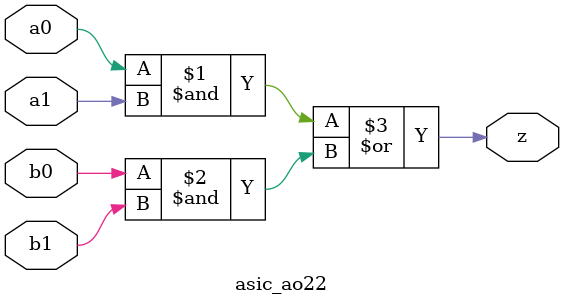
<source format=v>


module asic_ao22 #(parameter PROP = "DEFAULT")  (
   input  a0,
   input  a1,
   input  b0,
   input  b1,
   output z
   );

   assign z = (a0 & a1) | (b0 & b1);

endmodule

</source>
